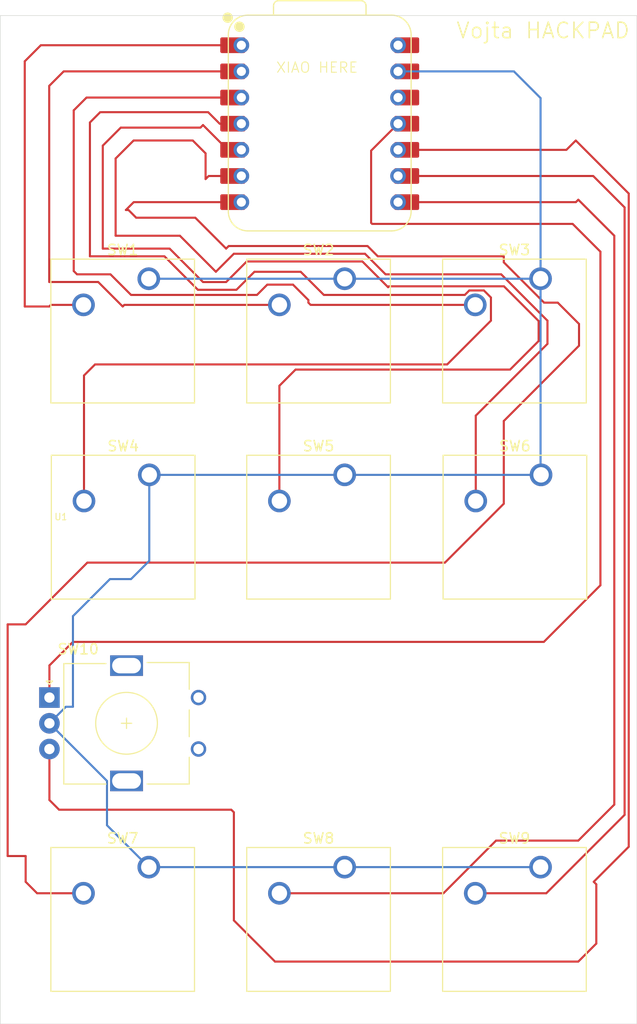
<source format=kicad_pcb>
(kicad_pcb (version 20241229) (generator "pcbnew") (generator_version "9.0")
  (layers (0 "F.Cu" signal) (2 "B.Cu" signal) (13 "F.Paste" user) (15 "B.Paste" user) (5 "F.SilkS" user "F.Silkscreen") (7 "B.SilkS" user "B.Silkscreen") (1 "F.Mask" user) (3 "B.Mask" user) (25 "Edge.Cuts" user))
  (net 0 "")
  (net 1 "GND")
  (net 2 "Net-(U1-GPIO26{slash}ADC0{slash}A0)")
  (net 3 "Net-(U1-GPIO27{slash}ADC1{slash}A1)")
  (net 4 "Net-(U1-GPIO28{slash}ADC2{slash}A2)")
  (net 5 "Net-(U1-GPIO29{slash}ADC3{slash}A3)")
  (net 6 "Net-(U1-GPIO6{slash}SDA)")
  (net 7 "Net-(U1-GPIO7{slash}SCL)")
  (net 8 "Net-(U1-GPIO0{slash}TX)")
  (net 9 "Net-(U1-GPIO1{slash}RX)")
  (net 10 "Net-(U1-GPIO2{slash}SCK)")
  (net 13 "Net-(U1-GPIO4{slash}MISO)")
  (net 14 "Net-(U1-GPIO3{slash}MOSI)")
  (footprint "opl:SW_Cherry_MX_1.00u_PCB" (layer "F.Cu") (at 112.0775 102.07625)
    (property "Reference" "SW9" (at -2.54 -2.794 0) (layer "F.SilkS"))
    (property "Value" "SW_Push")
    (fp_line (start -9.525 -1.905) (end 4.445 -1.905) (stroke (width 0.12)) (layer "F.SilkS"))
    (fp_line (start -9.525 12.065) (end -9.525 -1.905) (stroke (width 0.12)) (layer "F.SilkS"))
    (fp_line (start 4.445 -1.905) (end 4.445 12.065) (stroke (width 0.12)) (layer "F.SilkS"))
    (fp_line (start 4.445 12.065) (end -9.525 12.065) (stroke (width 0.12)) (layer "F.SilkS"))
    (pad "" np_thru_hole circle (at -7.62 5.08) (size 1.7 1.7) (drill 1.7) (layers "*.Cu" "*.Mask"))
    (pad "" np_thru_hole circle (at -2.54 5.08) (size 4 4) (drill 4) (layers "*.Cu" "*.Mask"))
    (pad "" np_thru_hole circle (at 2.54 5.08) (size 1.7 1.7) (drill 1.7) (layers "*.Cu" "*.Mask"))
    (pad "1" thru_hole circle (at 0 0) (size 2.2 2.2) (drill 1.5) (layers "*.Cu" "*.Mask") (net 1 "GND"))
    (pad "2" thru_hole circle (at -6.35 2.54) (size 2.2 2.2) (drill 1.5) (layers "*.Cu" "*.Mask") (net 10 "Net-(U1-GPIO2{slash}SCK)"))
  )
  (footprint "opl:XIAO-RP2040-DIP" (layer "F.Cu") (at 90.6 29.8685)
    (property "Reference" "U1" (at -25.159 38.1895 0) (layer "F.SilkS") (effects (font (size 0.635 0.635) (thickness 0.1016))))
    (property "Value" "XIAO-RP2040-DIP")
    (fp_line (start -8.89 8.509) (end -8.89 -8.636) (stroke (width 0.127)) (layer "F.SilkS"))
    (fp_line (start -6.985 10.414) (end 6.985 10.414) (stroke (width 0.127)) (layer "F.SilkS"))
    (fp_line (start -4.495 -10.541) (end -4.491272 -11.451272) (stroke (width 0.127)) (layer "F.SilkS"))
    (fp_line (start -3.991272 -11.951) (end 4.004 -11.951) (stroke (width 0.127)) (layer "F.SilkS"))
    (fp_line (start 4.504 -11.451) (end 4.504 -10.541) (stroke (width 0.127)) (layer "F.SilkS"))
    (fp_line (start 6.985 -10.541) (end -6.985 -10.541) (stroke (width 0.1)) (layer "F.SilkS"))
    (fp_line (start 6.985 -10.541) (end -6.985 -10.541) (stroke (width 0.127)) (layer "F.SilkS"))
    (fp_line (start 8.89 8.509) (end 8.89 -8.636) (stroke (width 0.127)) (layer "F.SilkS"))
    (fp_arc (start -8.89 -8.636) (mid -8.332038 -9.983038) (end -6.985 -10.541) (stroke (width 0.127)) (layer "F.SilkS"))
    (fp_arc (start -6.985 10.414) (mid -8.332038 9.856038) (end -8.89 8.509) (stroke (width 0.127)) (layer "F.SilkS"))
    (fp_arc (start -4.491272 -11.451272) (mid -4.344728 -11.80464) (end -3.991272 -11.951) (stroke (width 0.127)) (layer "F.SilkS"))
    (fp_arc (start 4.004 -11.951) (mid 4.357553 -11.804553) (end 4.504 -11.451) (stroke (width 0.127)) (layer "F.SilkS"))
    (fp_arc (start 6.985 -10.541) (mid 8.332038 -9.983038) (end 8.89 -8.636) (stroke (width 0.127)) (layer "F.SilkS"))
    (fp_arc (start 8.89 8.509) (mid 8.332038 9.856038) (end 6.985 10.414) (stroke (width 0.127)) (layer "F.SilkS"))
    (fp_circle (center -8.95 -10.3) (end -8.95 -10.554) (stroke (width 0.5)) (fill yes) (layer "F.SilkS"))
    (fp_circle (center -7.807 -9.42) (end -7.807 -9.674) (stroke (width 0.5)) (fill yes) (layer "F.SilkS"))
    (pad "1" smd roundrect (at -8.455 -7.62 180) (size 2.432 1.524) (layers "F.Cu" "F.Mask") (roundrect_rratio 0.1) (net 2 "Net-(U1-GPIO26{slash}ADC0{slash}A0)"))
    (pad "1" thru_hole circle (at -7.62 -7.62 180) (size 1.524 1.524) (drill 0.889) (layers "*.Cu" "*.Mask") (net 2 "Net-(U1-GPIO26{slash}ADC0{slash}A0)"))
    (pad "2" smd roundrect (at -8.455 -5.08 180) (size 2.432 1.524) (layers "F.Cu" "F.Mask") (roundrect_rratio 0.1) (net 3 "Net-(U1-GPIO27{slash}ADC1{slash}A1)"))
    (pad "2" thru_hole circle (at -7.62 -5.08 180) (size 1.524 1.524) (drill 0.889) (layers "*.Cu" "*.Mask") (net 3 "Net-(U1-GPIO27{slash}ADC1{slash}A1)"))
    (pad "3" smd roundrect (at -8.455 -2.54 180) (size 2.432 1.524) (layers "F.Cu" "F.Mask") (roundrect_rratio 0.1) (net 4 "Net-(U1-GPIO28{slash}ADC2{slash}A2)"))
    (pad "3" thru_hole circle (at -7.62 -2.54 180) (size 1.524 1.524) (drill 0.889) (layers "*.Cu" "*.Mask") (net 4 "Net-(U1-GPIO28{slash}ADC2{slash}A2)"))
    (pad "4" smd roundrect (at -8.455 0 180) (size 2.432 1.524) (layers "F.Cu" "F.Mask") (roundrect_rratio 0.1) (net 5 "Net-(U1-GPIO29{slash}ADC3{slash}A3)"))
    (pad "4" thru_hole circle (at -7.62 0 180) (size 1.524 1.524) (drill 0.889) (layers "*.Cu" "*.Mask") (net 5 "Net-(U1-GPIO29{slash}ADC3{slash}A3)"))
    (pad "5" smd roundrect (at -8.455 2.54 180) (size 2.432 1.524) (layers "F.Cu" "F.Mask") (roundrect_rratio 0.1) (net 6 "Net-(U1-GPIO6{slash}SDA)"))
    (pad "5" thru_hole circle (at -7.62 2.54 180) (size 1.524 1.524) (drill 0.889) (layers "*.Cu" "*.Mask") (net 6 "Net-(U1-GPIO6{slash}SDA)"))
    (pad "6" smd roundrect (at -8.455 5.08 180) (size 2.432 1.524) (layers "F.Cu" "F.Mask") (roundrect_rratio 0.1) (net 7 "Net-(U1-GPIO7{slash}SCL)"))
    (pad "6" thru_hole circle (at -7.62 5.08 180) (size 1.524 1.524) (drill 0.889) (layers "*.Cu" "*.Mask") (net 7 "Net-(U1-GPIO7{slash}SCL)"))
    (pad "7" smd roundrect (at -8.455 7.62 180) (size 2.432 1.524) (layers "F.Cu" "F.Mask") (roundrect_rratio 0.1) (net 8 "Net-(U1-GPIO0{slash}TX)"))
    (pad "7" thru_hole circle (at -7.62 7.62 180) (size 1.524 1.524) (drill 0.889) (layers "*.Cu" "*.Mask") (net 8 "Net-(U1-GPIO0{slash}TX)"))
    (pad "8" thru_hole circle (at 7.62 7.62) (size 1.524 1.524) (drill 0.889) (layers "*.Cu" "*.Mask") (net 9 "Net-(U1-GPIO1{slash}RX)"))
    (pad "8" smd roundrect (at 8.455 7.62) (size 2.432 1.524) (layers "F.Cu" "F.Mask") (roundrect_rratio 0.1) (net 9 "Net-(U1-GPIO1{slash}RX)"))
    (pad "9" thru_hole circle (at 7.62 5.08) (size 1.524 1.524) (drill 0.889) (layers "*.Cu" "*.Mask") (net 10 "Net-(U1-GPIO2{slash}SCK)"))
    (pad "9" smd roundrect (at 8.455 5.08) (size 2.432 1.524) (layers "F.Cu" "F.Mask") (roundrect_rratio 0.1) (net 10 "Net-(U1-GPIO2{slash}SCK)"))
    (pad "10" thru_hole circle (at 7.62 2.54) (size 1.524 1.524) (drill 0.889) (layers "*.Cu" "*.Mask") (net 13 "Net-(U1-GPIO4{slash}MISO)"))
    (pad "10" smd roundrect (at 8.455 2.54) (size 2.432 1.524) (layers "F.Cu" "F.Mask") (roundrect_rratio 0.1) (net 13 "Net-(U1-GPIO4{slash}MISO)"))
    (pad "11" thru_hole circle (at 7.62 0) (size 1.524 1.524) (drill 0.889) (layers "*.Cu" "*.Mask") (net 14 "Net-(U1-GPIO3{slash}MOSI)"))
    (pad "11" smd roundrect (at 8.455 0) (size 2.432 1.524) (layers "F.Cu" "F.Mask") (roundrect_rratio 0.1) (net 14 "Net-(U1-GPIO3{slash}MOSI)"))
    (pad "12" thru_hole circle (at 7.62 -2.54) (size 1.524 1.524) (drill 0.889) (layers "*.Cu" "*.Mask"))
    (pad "12" smd roundrect (at 8.455 -2.54) (size 2.432 1.524) (layers "F.Cu" "F.Mask") (roundrect_rratio 0.1))
    (pad "13" thru_hole circle (at 7.62 -5.08) (size 1.524 1.524) (drill 0.889) (layers "*.Cu" "*.Mask") (net 1 "GND"))
    (pad "13" smd roundrect (at 8.455 -5.08) (size 2.432 1.524) (layers "F.Cu" "F.Mask") (roundrect_rratio 0.1) (net 1 "GND"))
    (pad "14" thru_hole circle (at 7.62 -7.62) (size 1.524 1.524) (drill 0.889) (layers "*.Cu" "*.Mask"))
    (pad "14" smd roundrect (at 8.455 -7.62) (size 2.432 1.524) (layers "F.Cu" "F.Mask") (roundrect_rratio 0.1))
  )
  (footprint "opl:SW_Cherry_MX_1.00u_PCB" (layer "F.Cu") (at 112.0775 44.92625)
    (property "Reference" "SW3" (at -2.54 -2.794 0) (layer "F.SilkS"))
    (property "Value" "SW_Push")
    (fp_line (start -9.525 -1.905) (end 4.445 -1.905) (stroke (width 0.12)) (layer "F.SilkS"))
    (fp_line (start -9.525 12.065) (end -9.525 -1.905) (stroke (width 0.12)) (layer "F.SilkS"))
    (fp_line (start 4.445 -1.905) (end 4.445 12.065) (stroke (width 0.12)) (layer "F.SilkS"))
    (fp_line (start 4.445 12.065) (end -9.525 12.065) (stroke (width 0.12)) (layer "F.SilkS"))
    (pad "" np_thru_hole circle (at -7.62 5.08) (size 1.7 1.7) (drill 1.7) (layers "*.Cu" "*.Mask"))
    (pad "" np_thru_hole circle (at -2.54 5.08) (size 4 4) (drill 4) (layers "*.Cu" "*.Mask"))
    (pad "" np_thru_hole circle (at 2.54 5.08) (size 1.7 1.7) (drill 1.7) (layers "*.Cu" "*.Mask"))
    (pad "1" thru_hole circle (at 0 0) (size 2.2 2.2) (drill 1.5) (layers "*.Cu" "*.Mask") (net 1 "GND"))
    (pad "2" thru_hole circle (at -6.35 2.54) (size 2.2 2.2) (drill 1.5) (layers "*.Cu" "*.Mask") (net 4 "Net-(U1-GPIO28{slash}ADC2{slash}A2)"))
  )
  (footprint "opl:SW_Cherry_MX_1.00u_PCB" (layer "F.Cu") (at 73.9775 44.92625)
    (property "Reference" "SW1" (at -2.54 -2.794 0) (layer "F.SilkS"))
    (property "Value" "SW_Push")
    (fp_line (start -9.525 -1.905) (end 4.445 -1.905) (stroke (width 0.12)) (layer "F.SilkS"))
    (fp_line (start -9.525 12.065) (end -9.525 -1.905) (stroke (width 0.12)) (layer "F.SilkS"))
    (fp_line (start 4.445 -1.905) (end 4.445 12.065) (stroke (width 0.12)) (layer "F.SilkS"))
    (fp_line (start 4.445 12.065) (end -9.525 12.065) (stroke (width 0.12)) (layer "F.SilkS"))
    (pad "" np_thru_hole circle (at -7.62 5.08) (size 1.7 1.7) (drill 1.7) (layers "*.Cu" "*.Mask"))
    (pad "" np_thru_hole circle (at -2.54 5.08) (size 4 4) (drill 4) (layers "*.Cu" "*.Mask"))
    (pad "" np_thru_hole circle (at 2.54 5.08) (size 1.7 1.7) (drill 1.7) (layers "*.Cu" "*.Mask"))
    (pad "1" thru_hole circle (at 0 0) (size 2.2 2.2) (drill 1.5) (layers "*.Cu" "*.Mask") (net 1 "GND"))
    (pad "2" thru_hole circle (at -6.35 2.54) (size 2.2 2.2) (drill 1.5) (layers "*.Cu" "*.Mask") (net 2 "Net-(U1-GPIO26{slash}ADC0{slash}A0)"))
  )
  (footprint "opl:SW_Cherry_MX_1.00u_PCB" (layer "F.Cu") (at 93.0275 102.07625)
    (property "Reference" "SW8" (at -2.54 -2.794 0) (layer "F.SilkS"))
    (property "Value" "SW_Push")
    (fp_line (start -9.525 -1.905) (end 4.445 -1.905) (stroke (width 0.12)) (layer "F.SilkS"))
    (fp_line (start -9.525 12.065) (end -9.525 -1.905) (stroke (width 0.12)) (layer "F.SilkS"))
    (fp_line (start 4.445 -1.905) (end 4.445 12.065) (stroke (width 0.12)) (layer "F.SilkS"))
    (fp_line (start 4.445 12.065) (end -9.525 12.065) (stroke (width 0.12)) (layer "F.SilkS"))
    (pad "" np_thru_hole circle (at -7.62 5.08) (size 1.7 1.7) (drill 1.7) (layers "*.Cu" "*.Mask"))
    (pad "" np_thru_hole circle (at -2.54 5.08) (size 4 4) (drill 4) (layers "*.Cu" "*.Mask"))
    (pad "" np_thru_hole circle (at 2.54 5.08) (size 1.7 1.7) (drill 1.7) (layers "*.Cu" "*.Mask"))
    (pad "1" thru_hole circle (at 0 0) (size 2.2 2.2) (drill 1.5) (layers "*.Cu" "*.Mask") (net 1 "GND"))
    (pad "2" thru_hole circle (at -6.35 2.54) (size 2.2 2.2) (drill 1.5) (layers "*.Cu" "*.Mask") (net 9 "Net-(U1-GPIO1{slash}RX)"))
  )
  (footprint "opl:SW_Cherry_MX_1.00u_PCB" (layer "F.Cu") (at 93.0275 44.92625)
    (property "Reference" "SW2" (at -2.54 -2.794 0) (layer "F.SilkS"))
    (property "Value" "SW_Push")
    (fp_line (start -9.525 -1.905) (end 4.445 -1.905) (stroke (width 0.12)) (layer "F.SilkS"))
    (fp_line (start -9.525 12.065) (end -9.525 -1.905) (stroke (width 0.12)) (layer "F.SilkS"))
    (fp_line (start 4.445 -1.905) (end 4.445 12.065) (stroke (width 0.12)) (layer "F.SilkS"))
    (fp_line (start 4.445 12.065) (end -9.525 12.065) (stroke (width 0.12)) (layer "F.SilkS"))
    (pad "" np_thru_hole circle (at -7.62 5.08) (size 1.7 1.7) (drill 1.7) (layers "*.Cu" "*.Mask"))
    (pad "" np_thru_hole circle (at -2.54 5.08) (size 4 4) (drill 4) (layers "*.Cu" "*.Mask"))
    (pad "" np_thru_hole circle (at 2.54 5.08) (size 1.7 1.7) (drill 1.7) (layers "*.Cu" "*.Mask"))
    (pad "1" thru_hole circle (at 0 0) (size 2.2 2.2) (drill 1.5) (layers "*.Cu" "*.Mask") (net 1 "GND"))
    (pad "2" thru_hole circle (at -6.35 2.54) (size 2.2 2.2) (drill 1.5) (layers "*.Cu" "*.Mask") (net 3 "Net-(U1-GPIO27{slash}ADC1{slash}A1)"))
  )
  (footprint "opl:SW_Cherry_MX_1.00u_PCB" (layer "F.Cu") (at 74.025 63.97625)
    (property "Reference" "SW4" (at -2.54 -2.794 0) (layer "F.SilkS"))
    (property "Value" "SW_Push")
    (fp_line (start -9.525 -1.905) (end 4.445 -1.905) (stroke (width 0.12)) (layer "F.SilkS"))
    (fp_line (start -9.525 12.065) (end -9.525 -1.905) (stroke (width 0.12)) (layer "F.SilkS"))
    (fp_line (start 4.445 -1.905) (end 4.445 12.065) (stroke (width 0.12)) (layer "F.SilkS"))
    (fp_line (start 4.445 12.065) (end -9.525 12.065) (stroke (width 0.12)) (layer "F.SilkS"))
    (pad "" np_thru_hole circle (at -7.62 5.08) (size 1.7 1.7) (drill 1.7) (layers "*.Cu" "*.Mask"))
    (pad "" np_thru_hole circle (at -2.54 5.08) (size 4 4) (drill 4) (layers "*.Cu" "*.Mask"))
    (pad "" np_thru_hole circle (at 2.54 5.08) (size 1.7 1.7) (drill 1.7) (layers "*.Cu" "*.Mask"))
    (pad "1" thru_hole circle (at 0 0) (size 2.2 2.2) (drill 1.5) (layers "*.Cu" "*.Mask") (net 1 "GND"))
    (pad "2" thru_hole circle (at -6.35 2.54) (size 2.2 2.2) (drill 1.5) (layers "*.Cu" "*.Mask") (net 5 "Net-(U1-GPIO29{slash}ADC3{slash}A3)"))
  )
  (footprint "opl:SW_Cherry_MX_1.00u_PCB" (layer "F.Cu") (at 73.9775 102.07625)
    (property "Reference" "SW7" (at -2.54 -2.794 0) (layer "F.SilkS"))
    (property "Value" "SW_Push")
    (fp_line (start -9.525 -1.905) (end 4.445 -1.905) (stroke (width 0.12)) (layer "F.SilkS"))
    (fp_line (start -9.525 12.065) (end -9.525 -1.905) (stroke (width 0.12)) (layer "F.SilkS"))
    (fp_line (start 4.445 -1.905) (end 4.445 12.065) (stroke (width 0.12)) (layer "F.SilkS"))
    (fp_line (start 4.445 12.065) (end -9.525 12.065) (stroke (width 0.12)) (layer "F.SilkS"))
    (pad "" np_thru_hole circle (at -7.62 5.08) (size 1.7 1.7) (drill 1.7) (layers "*.Cu" "*.Mask"))
    (pad "" np_thru_hole circle (at -2.54 5.08) (size 4 4) (drill 4) (layers "*.Cu" "*.Mask"))
    (pad "" np_thru_hole circle (at 2.54 5.08) (size 1.7 1.7) (drill 1.7) (layers "*.Cu" "*.Mask"))
    (pad "1" thru_hole circle (at 0 0) (size 2.2 2.2) (drill 1.5) (layers "*.Cu" "*.Mask") (net 1 "GND"))
    (pad "2" thru_hole circle (at -6.35 2.54) (size 2.2 2.2) (drill 1.5) (layers "*.Cu" "*.Mask") (net 8 "Net-(U1-GPIO0{slash}TX)"))
  )
  (footprint "opl:RotaryEncoder_Alps_EC11E_Vertical_H20mm" (layer "F.Cu") (at 64.3125 85.60625)
    (property "Reference" "SW10" (at 2.8 -4.7 0) (layer "F.SilkS"))
    (property "Value" "RotaryEncoder")
    (fp_line (start -0.3 -1.6) (end 0.3 -1.6) (stroke (width 0.12)) (layer "F.SilkS"))
    (fp_line (start 0 -1.3) (end -0.3 -1.6) (stroke (width 0.12)) (layer "F.SilkS"))
    (fp_line (start 0.3 -1.6) (end 0 -1.3) (stroke (width 0.12)) (layer "F.SilkS"))
    (fp_line (start 1.4 -3.3) (end 1.4 8.4) (stroke (width 0.12)) (layer "F.SilkS"))
    (fp_line (start 5.5 -3.3) (end 1.4 -3.3) (stroke (width 0.12)) (layer "F.SilkS"))
    (fp_line (start 5.5 8.4) (end 1.4 8.4) (stroke (width 0.12)) (layer "F.SilkS"))
    (fp_line (start 7 2.5) (end 8 2.5) (stroke (width 0.12)) (layer "F.SilkS"))
    (fp_line (start 7.5 2) (end 7.5 3) (stroke (width 0.12)) (layer "F.SilkS"))
    (fp_line (start 9.5 -3.4) (end 13.6 -3.4) (stroke (width 0.12)) (layer "F.SilkS"))
    (fp_line (start 13.6 -3.4) (end 13.6 -0.8) (stroke (width 0.12)) (layer "F.SilkS"))
    (fp_line (start 13.6 1.2) (end 13.6 3.8) (stroke (width 0.12)) (layer "F.SilkS"))
    (fp_line (start 13.6 5.8) (end 13.6 8.4) (stroke (width 0.12)) (layer "F.SilkS"))
    (fp_line (start 13.6 8.4) (end 9.5 8.4) (stroke (width 0.12)) (layer "F.SilkS"))
    (fp_circle (center 7.5 2.5) (end 10.5 2.5) (stroke (width 0.12)) (fill no) (layer "F.SilkS"))
    (pad "" thru_hole circle (at 14.5 0) (size 1.5 1.5) (drill 1) (layers "*.Cu" "*.Mask"))
    (pad "" thru_hole circle (at 14.5 5) (size 1.5 1.5) (drill 1) (layers "*.Cu" "*.Mask"))
    (pad "A" thru_hole rect (at 0 0) (size 2 2) (drill 1) (layers "*.Cu" "*.Mask") (net 14 "Net-(U1-GPIO3{slash}MOSI)"))
    (pad "B" thru_hole circle (at 0 5) (size 2 2) (drill 1) (layers "*.Cu" "*.Mask") (net 13 "Net-(U1-GPIO4{slash}MISO)"))
    (pad "C" thru_hole circle (at 0 2.5) (size 2 2) (drill 1) (layers "*.Cu" "*.Mask") (net 1 "GND"))
    (pad "MP" thru_hole rect (at 7.5 -3.1) (size 3.2 2) (drill oval 2.8 1.5) (layers "*.Cu" "*.Mask"))
    (pad "MP" thru_hole rect (at 7.5 8.1) (size 3.2 2) (drill oval 2.8 1.5) (layers "*.Cu" "*.Mask"))
  )
  (footprint "opl:SW_Cherry_MX_1.00u_PCB" (layer "F.Cu") (at 93.0275 63.97625)
    (property "Reference" "SW5" (at -2.54 -2.794 0) (layer "F.SilkS"))
    (property "Value" "SW_Push")
    (fp_line (start -9.525 -1.905) (end 4.445 -1.905) (stroke (width 0.12)) (layer "F.SilkS"))
    (fp_line (start -9.525 12.065) (end -9.525 -1.905) (stroke (width 0.12)) (layer "F.SilkS"))
    (fp_line (start 4.445 -1.905) (end 4.445 12.065) (stroke (width 0.12)) (layer "F.SilkS"))
    (fp_line (start 4.445 12.065) (end -9.525 12.065) (stroke (width 0.12)) (layer "F.SilkS"))
    (pad "" np_thru_hole circle (at -7.62 5.08) (size 1.7 1.7) (drill 1.7) (layers "*.Cu" "*.Mask"))
    (pad "" np_thru_hole circle (at -2.54 5.08) (size 4 4) (drill 4) (layers "*.Cu" "*.Mask"))
    (pad "" np_thru_hole circle (at 2.54 5.08) (size 1.7 1.7) (drill 1.7) (layers "*.Cu" "*.Mask"))
    (pad "1" thru_hole circle (at 0 0) (size 2.2 2.2) (drill 1.5) (layers "*.Cu" "*.Mask") (net 1 "GND"))
    (pad "2" thru_hole circle (at -6.35 2.54) (size 2.2 2.2) (drill 1.5) (layers "*.Cu" "*.Mask") (net 6 "Net-(U1-GPIO6{slash}SDA)"))
  )
  (footprint "opl:SW_Cherry_MX_1.00u_PCB" (layer "F.Cu") (at 112.125 63.97625)
    (property "Reference" "SW6" (at -2.54 -2.794 0) (layer "F.SilkS"))
    (property "Value" "SW_Push")
    (fp_line (start -9.525 -1.905) (end 4.445 -1.905) (stroke (width 0.12)) (layer "F.SilkS"))
    (fp_line (start -9.525 12.065) (end -9.525 -1.905) (stroke (width 0.12)) (layer "F.SilkS"))
    (fp_line (start 4.445 -1.905) (end 4.445 12.065) (stroke (width 0.12)) (layer "F.SilkS"))
    (fp_line (start 4.445 12.065) (end -9.525 12.065) (stroke (width 0.12)) (layer "F.SilkS"))
    (pad "" np_thru_hole circle (at -7.62 5.08) (size 1.7 1.7) (drill 1.7) (layers "*.Cu" "*.Mask"))
    (pad "" np_thru_hole circle (at -2.54 5.08) (size 4 4) (drill 4) (layers "*.Cu" "*.Mask"))
    (pad "" np_thru_hole circle (at 2.54 5.08) (size 1.7 1.7) (drill 1.7) (layers "*.Cu" "*.Mask"))
    (pad "1" thru_hole circle (at 0 0) (size 2.2 2.2) (drill 1.5) (layers "*.Cu" "*.Mask") (net 1 "GND"))
    (pad "2" thru_hole circle (at -6.35 2.54) (size 2.2 2.2) (drill 1.5) (layers "*.Cu" "*.Mask") (net 7 "Net-(U1-GPIO7{slash}SCL)"))
  )
  (gr_rect (start 59.53125 19.36875) (end 121.44375 117.3125) (stroke (width 0.05)) (fill no) (layer "Edge.Cuts"))
  (gr_text "XIAO HERE" (at 86.3 25 0) (layer "F.SilkS") (effects (font (size 1 1) (thickness 0.1)) (justify left bottom)))
  (gr_text "Vojta HACKPAD" (at 103.8 21.7 0) (layer "F.SilkS") (effects (font (size 1.5 1.5)) (justify left bottom)))
  (segment (start 72.25 74.1) (end 70.2 74.1) (width 0.2) (layer "B.Cu") (net 1))
  (segment (start 112.0775 63.92875) (end 112.125 63.97625) (width 0.2) (layer "B.Cu") (net 1))
  (segment (start 112.0775 27.3775) (end 109.4885 24.7885) (width 0.2) (layer "B.Cu") (net 1))
  (segment (start 93.0275 102.07625) (end 112.0775 102.07625) (width 0.2) (layer "B.Cu") (net 1))
  (segment (start 109.4885 24.7885) (end 98.22 24.7885) (width 0.2) (layer "B.Cu") (net 1))
  (segment (start 112.125 63.97625) (end 93.0275 63.97625) (width 0.2) (layer "B.Cu") (net 1))
  (segment (start 93.0275 44.92625) (end 112.0775 44.92625) (width 0.2) (layer "B.Cu") (net 1))
  (segment (start 93.0275 63.97625) (end 74.025 63.97625) (width 0.2) (layer "B.Cu") (net 1))
  (segment (start 64.3125 88.10625) (end 69.9115 93.70525) (width 0.2) (layer "B.Cu") (net 1))
  (segment (start 93.0275 44.92625) (end 73.9775 44.92625) (width 0.2) (layer "B.Cu") (net 1))
  (segment (start 74.025 72.325) (end 72.25 74.1) (width 0.2) (layer "B.Cu") (net 1))
  (segment (start 74.025 63.97625) (end 74.025 72.325) (width 0.2) (layer "B.Cu") (net 1))
  (segment (start 69.9115 98.01025) (end 73.9775 102.07625) (width 0.2) (layer "B.Cu") (net 1))
  (segment (start 112.0775 44.92625) (end 112.0775 27.3775) (width 0.2) (layer "B.Cu") (net 1))
  (segment (start 112.0775 44.92625) (end 112.0775 63.92875) (width 0.2) (layer "B.Cu") (net 1))
  (segment (start 73.9775 102.07625) (end 93.0275 102.07625) (width 0.2) (layer "B.Cu") (net 1))
  (segment (start 70.2 74.1) (end 66.6 77.7) (width 0.2) (layer "B.Cu") (net 1))
  (segment (start 65.91875 86.5) (end 64.3125 88.10625) (width 0.2) (layer "B.Cu") (net 1))
  (segment (start 69.9115 93.70525) (end 69.9115 98.01025) (width 0.2) (layer "B.Cu") (net 1))
  (segment (start 66.6 77.7) (end 66.6 86.5) (width 0.2) (layer "B.Cu") (net 1))
  (segment (start 66.6 86.5) (end 65.91875 86.5) (width 0.2) (layer "B.Cu") (net 1))
  (segment (start 63.4765 22.2485) (end 61.9125 23.8125) (width 0.2) (layer "F.Cu") (net 2))
  (segment (start 61.9125 23.8125) (end 61.9125 47.625) (width 0.2) (layer "F.Cu") (net 2))
  (segment (start 61.9125 47.625) (end 64.29375 47.625) (width 0.2) (layer "F.Cu") (net 2))
  (segment (start 82.98 22.2485) (end 63.4765 22.2485) (width 0.2) (layer "F.Cu") (net 2))
  (segment (start 64.4525 47.46625) (end 67.6275 47.46625) (width 0.2) (layer "F.Cu") (net 2))
  (segment (start 64.29375 47.625) (end 64.4525 47.46625) (width 0.2) (layer "F.Cu") (net 2))
  (segment (start 71.4375 47.625) (end 71.59625 47.46625) (width 0.2) (layer "F.Cu") (net 3))
  (segment (start 71.59625 47.46625) (end 86.6775 47.46625) (width 0.2) (layer "F.Cu") (net 3))
  (segment (start 82.98 24.7885) (end 65.699 24.7885) (width 0.2) (layer "F.Cu") (net 3))
  (segment (start 64.29375 45.24375) (end 69.05625 45.24375) (width 0.2) (layer "F.Cu") (net 3))
  (segment (start 65.699 24.7885) (end 64.29375 26.19375) (width 0.2) (layer "F.Cu") (net 3))
  (segment (start 64.29375 26.19375) (end 64.29375 45.24375) (width 0.2) (layer "F.Cu") (net 3))
  (segment (start 69.05625 45.24375) (end 71.4375 47.625) (width 0.2) (layer "F.Cu") (net 3))
  (segment (start 88 45.5) (end 89.5 47) (width 0.2) (layer "F.Cu") (net 4))
  (segment (start 72.25 46.5) (end 84.5 46.5) (width 0.2) (layer "F.Cu") (net 4))
  (segment (start 66.675 44.175) (end 67 44.5) (width 0.2) (layer "F.Cu") (net 4))
  (segment (start 67.9215 27.3285) (end 66.675 28.575) (width 0.2) (layer "F.Cu") (net 4))
  (segment (start 67 44.5) (end 70.25 44.5) (width 0.2) (layer "F.Cu") (net 4))
  (segment (start 89.5 47.25) (end 89.71625 47.46625) (width 0.2) (layer "F.Cu") (net 4))
  (segment (start 89.5 47) (end 89.5 47.25) (width 0.2) (layer "F.Cu") (net 4))
  (segment (start 82.98 27.3285) (end 67.9215 27.3285) (width 0.2) (layer "F.Cu") (net 4))
  (segment (start 85.5 45.5) (end 88 45.5) (width 0.2) (layer "F.Cu") (net 4))
  (segment (start 70.25 44.5) (end 72.25 46.5) (width 0.2) (layer "F.Cu") (net 4))
  (segment (start 66.675 28.575) (end 66.675 44.175) (width 0.2) (layer "F.Cu") (net 4))
  (segment (start 84.5 46.5) (end 85.5 45.5) (width 0.2) (layer "F.Cu") (net 4))
  (segment (start 89.71625 47.46625) (end 105.7275 47.46625) (width 0.2) (layer "F.Cu") (net 4))
  (segment (start 104.712436 46.5) (end 91 46.5) (width 0.2) (layer "F.Cu") (net 5))
  (segment (start 67.675 54.325) (end 68.75 53.25) (width 0.2) (layer "F.Cu") (net 5))
  (segment (start 84.25 44.25) (end 82.5 46) (width 0.2) (layer "F.Cu") (net 5))
  (segment (start 107.25 46.75) (end 106.56525 46.06525) (width 0.2) (layer "F.Cu") (net 5))
  (segment (start 68.25 29.75) (end 69.25 28.75) (width 0.2) (layer "F.Cu") (net 5))
  (segment (start 105.147186 46.06525) (end 104.712436 46.5) (width 0.2) (layer "F.Cu") (net 5))
  (segment (start 103 53.25) (end 107.25 49) (width 0.2) (layer "F.Cu") (net 5))
  (segment (start 69.25 28.75) (end 79.75 28.75) (width 0.2) (layer "F.Cu") (net 5))
  (segment (start 106.56525 46.06525) (end 105.147186 46.06525) (width 0.2) (layer "F.Cu") (net 5))
  (segment (start 88.75 44.25) (end 84.25 44.25) (width 0.2) (layer "F.Cu") (net 5))
  (segment (start 67.675 66.51625) (end 67.675 54.325) (width 0.2) (layer "F.Cu") (net 5))
  (segment (start 107.25 49) (end 107.25 46.75) (width 0.2) (layer "F.Cu") (net 5))
  (segment (start 75.5 42.75) (end 68.25 42.75) (width 0.2) (layer "F.Cu") (net 5))
  (segment (start 91 46.5) (end 88.75 44.25) (width 0.2) (layer "F.Cu") (net 5))
  (segment (start 68.25 42.75) (end 68.25 29.75) (width 0.2) (layer "F.Cu") (net 5))
  (segment (start 78.75 46) (end 75.5 42.75) (width 0.2) (layer "F.Cu") (net 5))
  (segment (start 68.75 53.25) (end 103 53.25) (width 0.2) (layer "F.Cu") (net 5))
  (segment (start 82.5 46) (end 78.75 46) (width 0.2) (layer "F.Cu") (net 5))
  (segment (start 79.75 28.75) (end 80.8685 29.8685) (width 0.2) (layer "F.Cu") (net 5))
  (segment (start 80.8685 29.8685) (end 82.98 29.8685) (width 0.2) (layer "F.Cu") (net 5))
  (segment (start 97.25 45.75) (end 94.75 43.25) (width 0.2) (layer "F.Cu") (net 6))
  (segment (start 81.5 45.25) (end 79.25 45.25) (width 0.2) (layer "F.Cu") (net 6))
  (segment (start 79.25 30) (end 81.6585 32.4085) (width 0.2) (layer "F.Cu") (net 6))
  (segment (start 79 30.25) (end 79.25 30) (width 0.2) (layer "F.Cu") (net 6))
  (segment (start 71.25 30.25) (end 79 30.25) (width 0.2) (layer "F.Cu") (net 6))
  (segment (start 108.520316 45.66425) (end 97.33575 45.66425) (width 0.2) (layer "F.Cu") (net 6))
  (segment (start 109.118566 53.75) (end 111.8885 50.980066) (width 0.2) (layer "F.Cu") (net 6))
  (segment (start 86.6775 66.51625) (end 86.6775 55.3225) (width 0.2) (layer "F.Cu") (net 6))
  (segment (start 76 42) (end 69.5 42) (width 0.2) (layer "F.Cu") (net 6))
  (segment (start 83.5 43.25) (end 81.5 45.25) (width 0.2) (layer "F.Cu") (net 6))
  (segment (start 97.33575 45.66425) (end 97.25 45.75) (width 0.2) (layer "F.Cu") (net 6))
  (segment (start 88.25 53.75) (end 109.118566 53.75) (width 0.2) (layer "F.Cu") (net 6))
  (segment (start 79.25 45.25) (end 76 42) (width 0.2) (layer "F.Cu") (net 6))
  (segment (start 94.75 43.25) (end 83.5 43.25) (width 0.2) (layer "F.Cu") (net 6))
  (segment (start 86.6775 55.3225) (end 88.25 53.75) (width 0.2) (layer "F.Cu") (net 6))
  (segment (start 111.8885 49.032434) (end 108.520316 45.66425) (width 0.2) (layer "F.Cu") (net 6))
  (segment (start 81.6585 32.4085) (end 82.98 32.4085) (width 0.2) (layer "F.Cu") (net 6))
  (segment (start 111.8885 50.980066) (end 111.8885 49.032434) (width 0.2) (layer "F.Cu") (net 6))
  (segment (start 69.5 42) (end 69.5 32) (width 0.2) (layer "F.Cu") (net 6))
  (segment (start 69.5 32) (end 71.25 30.25) (width 0.2) (layer "F.Cu") (net 6))
  (segment (start 70.75 40.75) (end 70.75 33.25) (width 0.2) (layer "F.Cu") (net 7))
  (segment (start 70.75 33.25) (end 72.5 31.5) (width 0.2) (layer "F.Cu") (net 7))
  (segment (start 77 40.75) (end 70.75 40.75) (width 0.2) (layer "F.Cu") (net 7))
  (segment (start 97 44.5) (end 95 42.5) (width 0.2) (layer "F.Cu") (net 7))
  (segment (start 112.75 49) (end 108.25 44.5) (width 0.2) (layer "F.Cu") (net 7))
  (segment (start 105.775 58.225) (end 112.75 51.25) (width 0.2) (layer "F.Cu") (net 7))
  (segment (start 95 42.5) (end 82.25 42.5) (width 0.2) (layer "F.Cu") (net 7))
  (segment (start 79.8015 34.9485) (end 82.145 34.9485) (width 0.2) (layer "F.Cu") (net 7))
  (segment (start 79.5 32.75) (end 79.5 35.25) (width 0.2) (layer "F.Cu") (net 7))
  (segment (start 108.25 44.5) (end 97 44.5) (width 0.2) (layer "F.Cu") (net 7))
  (segment (start 80.5 44.25) (end 77 40.75) (width 0.2) (layer "F.Cu") (net 7))
  (segment (start 79.5 35.25) (end 79.8015 34.9485) (width 0.2) (layer "F.Cu") (net 7))
  (segment (start 105.775 66.51625) (end 105.775 58.225) (width 0.2) (layer "F.Cu") (net 7))
  (segment (start 112.75 51.25) (end 112.75 49) (width 0.2) (layer "F.Cu") (net 7))
  (segment (start 72.5 31.5) (end 78.25 31.5) (width 0.2) (layer "F.Cu") (net 7))
  (segment (start 82.25 42.5) (end 80.5 44.25) (width 0.2) (layer "F.Cu") (net 7))
  (segment (start 78.25 31.5) (end 79.5 32.75) (width 0.2) (layer "F.Cu") (net 7))
  (segment (start 81.75 41.75) (end 81.5 42) (width 0.2) (layer "F.Cu") (net 8))
  (segment (start 108.5 66.780564) (end 108.5 58.75) (width 0.2) (layer "F.Cu") (net 8))
  (segment (start 62 78.5) (end 68 72.5) (width 0.2) (layer "F.Cu") (net 8))
  (segment (start 72 38.25) (end 71.75 38.25) (width 0.2) (layer "F.Cu") (net 8))
  (segment (start 71.75 38.25) (end 72.5115 37.4885) (width 0.2) (layer "F.Cu") (net 8))
  (segment (start 68 72.5) (end 102.780564 72.5) (width 0.2) (layer "F.Cu") (net 8))
  (segment (start 115.8185 49.3185) (end 113.75 47.25) (width 0.2) (layer "F.Cu") (net 8))
  (segment (start 67.6275 104.61625) (end 63.11625 104.61625) (width 0.2) (layer "F.Cu") (net 8))
  (segment (start 78.5 39) (end 72.75 39) (width 0.2) (layer "F.Cu") (net 8))
  (segment (start 60.25 78.5) (end 62 78.5) (width 0.2) (layer "F.Cu") (net 8))
  (segment (start 96.25 42.75) (end 95.25 41.75) (width 0.2) (layer "F.Cu") (net 8))
  (segment (start 63.11625 104.61625) (end 62 103.5) (width 0.2) (layer "F.Cu") (net 8))
  (segment (start 112.419936 47.25) (end 108.5 43.330064) (width 0.2) (layer "F.Cu") (net 8))
  (segment (start 102.780564 72.5) (end 108.5 66.780564) (width 0.2) (layer "F.Cu") (net 8))
  (segment (start 62 101) (end 60.25 101) (width 0.2) (layer "F.Cu") (net 8))
  (segment (start 60.25 101) (end 60.25 78.5) (width 0.2) (layer "F.Cu") (net 8))
  (segment (start 115.8185 51.4315) (end 115.8185 49.3185) (width 0.2) (layer "F.Cu") (net 8))
  (segment (start 72.75 39) (end 72 38.25) (width 0.2) (layer "F.Cu") (net 8))
  (segment (start 72.5115 37.4885) (end 82.145 37.4885) (width 0.2) (layer "F.Cu") (net 8))
  (segment (start 62 103.5) (end 62 101) (width 0.2) (layer "F.Cu") (net 8))
  (segment (start 108.5 43.330064) (end 108.5 42.75) (width 0.2) (layer "F.Cu") (net 8))
  (segment (start 113.75 47.25) (end 112.419936 47.25) (width 0.2) (layer "F.Cu") (net 8))
  (segment (start 108.5 58.75) (end 115.8185 51.4315) (width 0.2) (layer "F.Cu") (net 8))
  (segment (start 81.5 42) (end 78.5 39) (width 0.2) (layer "F.Cu") (net 8))
  (segment (start 95.25 41.75) (end 81.75 41.75) (width 0.2) (layer "F.Cu") (net 8))
  (segment (start 108.5 42.75) (end 96.25 42.75) (width 0.2) (layer "F.Cu") (net 8))
  (segment (start 107.75 99.5) (end 115.75 99.5) (width 0.2) (layer "F.Cu") (net 9))
  (segment (start 115.75 37.25) (end 115.5115 37.4885) (width 0.2) (layer "F.Cu") (net 9))
  (segment (start 86.6775 104.61625) (end 102.63375 104.61625) (width 0.2) (layer "F.Cu") (net 9))
  (segment (start 102.63375 104.61625) (end 107.75 99.5) (width 0.2) (layer "F.Cu") (net 9))
  (segment (start 119.25 40.75) (end 115.75 37.25) (width 0.2) (layer "F.Cu") (net 9))
  (segment (start 115.5115 37.4885) (end 98.22 37.4885) (width 0.2) (layer "F.Cu") (net 9))
  (segment (start 115.75 99.5) (end 119.25 96) (width 0.2) (layer "F.Cu") (net 9))
  (segment (start 119.25 96) (end 119.25 40.75) (width 0.2) (layer "F.Cu") (net 9))
  (segment (start 120.25 97) (end 120.25 38) (width 0.2) (layer "F.Cu") (net 10))
  (segment (start 112.63375 104.61625) (end 120.25 97) (width 0.2) (layer "F.Cu") (net 10))
  (segment (start 120.25 38) (end 117.1985 34.9485) (width 0.2) (layer "F.Cu") (net 10))
  (segment (start 105.7275 104.61625) (end 112.63375 104.61625) (width 0.2) (layer "F.Cu") (net 10))
  (segment (start 117.1985 34.9485) (end 99.055 34.9485) (width 0.2) (layer "F.Cu") (net 10))
  (segment (start 82.25 96.75) (end 82.25 107.25) (width 0.2) (layer "F.Cu") (net 13))
  (segment (start 82 96.5) (end 82.25 96.75) (width 0.2) (layer "F.Cu") (net 13))
  (segment (start 117.25 103.5) (end 120.651 100.099) (width 0.2) (layer "F.Cu") (net 13))
  (segment (start 115.5 31.5) (end 114.5915 32.4085) (width 0.2) (layer "F.Cu") (net 13))
  (segment (start 120.651 100.099) (end 120.651 36.651) (width 0.2) (layer "F.Cu") (net 13))
  (segment (start 86.25 111.25) (end 115.75 111.25) (width 0.2) (layer "F.Cu") (net 13))
  (segment (start 115.75 111.25) (end 117.5 109.5) (width 0.2) (layer "F.Cu") (net 13))
  (segment (start 64.3125 95.5625) (end 65.25 96.5) (width 0.2) (layer "F.Cu") (net 13))
  (segment (start 82.25 107.25) (end 86.25 111.25) (width 0.2) (layer "F.Cu") (net 13))
  (segment (start 114.5915 32.4085) (end 99.055 32.4085) (width 0.2) (layer "F.Cu") (net 13))
  (segment (start 117.5 103.75) (end 117.25 103.5) (width 0.2) (layer "F.Cu") (net 13))
  (segment (start 65.25 96.5) (end 82 96.5) (width 0.2) (layer "F.Cu") (net 13))
  (segment (start 117.5 109.5) (end 117.5 103.75) (width 0.2) (layer "F.Cu") (net 13))
  (segment (start 120.651 36.651) (end 115.5 31.5) (width 0.2) (layer "F.Cu") (net 13))
  (segment (start 64.3125 90.60625) (end 64.3125 95.5625) (width 0.2) (layer "F.Cu") (net 13))
  (segment (start 95.6 32.4885) (end 98.22 29.8685) (width 0.2) (layer "F.Cu") (net 14))
  (segment (start 115.2 39.6) (end 95.7 39.6) (width 0.2) (layer "F.Cu") (net 14))
  (segment (start 66.6 80.2) (end 112.4 80.2) (width 0.2) (layer "F.Cu") (net 14))
  (segment (start 117.9 42.3) (end 115.2 39.6) (width 0.2) (layer "F.Cu") (net 14))
  (segment (start 95.6 39.5) (end 95.6 32.4885) (width 0.2) (layer "F.Cu") (net 14))
  (segment (start 64.3125 85.60625) (end 64.3125 82.4875) (width 0.2) (layer "F.Cu") (net 14))
  (segment (start 95.7 39.6) (end 95.6 39.5) (width 0.2) (layer "F.Cu") (net 14))
  (segment (start 112.4 80.2) (end 117.9 74.7) (width 0.2) (layer "F.Cu") (net 14))
  (segment (start 64.3125 82.4875) (end 66.6 80.2) (width 0.2) (layer "F.Cu") (net 14))
  (segment (start 117.9 74.7) (end 117.9 42.3) (width 0.2) (layer "F.Cu") (net 14))
)
</source>
